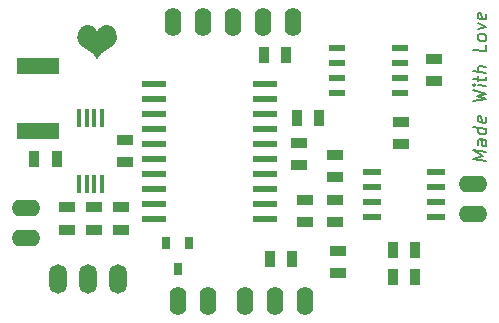
<source format=gbr>
%FSLAX46Y46*%
G04 Gerber Fmt 4.6, Leading zero omitted, Abs format (unit mm)*
G04 Created by KiCad (PCBNEW (2014-10-30 BZR 5240)-product) date jeu. 06 nov. 2014 00:10:11 CET*
%MOMM*%
G01*
G04 APERTURE LIST*
%ADD10C,0.100000*%
%ADD11C,0.200000*%
%ADD12R,0.889000X1.397000*%
%ADD13R,1.397000X0.889000*%
%ADD14R,2.000000X0.600000*%
%ADD15O,1.400000X2.400000*%
%ADD16R,3.560000X1.400000*%
%ADD17O,2.400000X1.400000*%
%ADD18R,0.800100X1.000760*%
%ADD19R,0.300000X1.600000*%
%ADD20O,1.500000X2.500000*%
%ADD21R,1.550000X0.600000*%
%ADD22R,1.399540X0.599440*%
G04 APERTURE END LIST*
D10*
D11*
X166486619Y-88438344D02*
X165386619Y-88300844D01*
X166172333Y-88032393D01*
X165386619Y-87567511D01*
X166486619Y-87705011D01*
X166486619Y-86709773D02*
X165910429Y-86637750D01*
X165805667Y-86677035D01*
X165753286Y-86775250D01*
X165753286Y-86984773D01*
X165805667Y-87096082D01*
X166434238Y-86703226D02*
X166486619Y-86814535D01*
X166486619Y-87076439D01*
X166434238Y-87174654D01*
X166329476Y-87213939D01*
X166224714Y-87200844D01*
X166119952Y-87135368D01*
X166067571Y-87024058D01*
X166067571Y-86762154D01*
X166015190Y-86650845D01*
X166486619Y-85714535D02*
X165386619Y-85577035D01*
X166434238Y-85707988D02*
X166486619Y-85819297D01*
X166486619Y-86028820D01*
X166434238Y-86127035D01*
X166381857Y-86172868D01*
X166277095Y-86212154D01*
X165962810Y-86172868D01*
X165858048Y-86107392D01*
X165805667Y-86048463D01*
X165753286Y-85937154D01*
X165753286Y-85727631D01*
X165805667Y-85629416D01*
X166434238Y-84765131D02*
X166486619Y-84876440D01*
X166486619Y-85085963D01*
X166434238Y-85184178D01*
X166329476Y-85223463D01*
X165910429Y-85171083D01*
X165805667Y-85105606D01*
X165753286Y-84994297D01*
X165753286Y-84784774D01*
X165805667Y-84686559D01*
X165910429Y-84647274D01*
X166015190Y-84660369D01*
X166119952Y-85197273D01*
X165386619Y-83377035D02*
X166486619Y-83252630D01*
X165700905Y-82944893D01*
X166486619Y-82833583D01*
X165386619Y-82434178D01*
X166486619Y-82152630D02*
X165753286Y-82060964D01*
X165386619Y-82015130D02*
X165439000Y-82074059D01*
X165491381Y-82028226D01*
X165439000Y-81969297D01*
X165386619Y-82015130D01*
X165491381Y-82028226D01*
X165753286Y-81694297D02*
X165753286Y-81275249D01*
X165386619Y-81491320D02*
X166329476Y-81609177D01*
X166434238Y-81569892D01*
X166486619Y-81471677D01*
X166486619Y-81366915D01*
X166486619Y-81000249D02*
X165386619Y-80862749D01*
X166486619Y-80528821D02*
X165910429Y-80456798D01*
X165805667Y-80496083D01*
X165753286Y-80594298D01*
X165753286Y-80751440D01*
X165805667Y-80862749D01*
X165858048Y-80921678D01*
X166486619Y-78643107D02*
X166486619Y-79166916D01*
X165386619Y-79029416D01*
X166486619Y-78119297D02*
X166434238Y-78217512D01*
X166381857Y-78263345D01*
X166277095Y-78302631D01*
X165962810Y-78263345D01*
X165858048Y-78197869D01*
X165805667Y-78138940D01*
X165753286Y-78027631D01*
X165753286Y-77870489D01*
X165805667Y-77772274D01*
X165858048Y-77726441D01*
X165962810Y-77687155D01*
X166277095Y-77726441D01*
X166381857Y-77791917D01*
X166434238Y-77850846D01*
X166486619Y-77962155D01*
X166486619Y-78119297D01*
X165753286Y-77294298D02*
X166486619Y-77124059D01*
X165753286Y-76770489D01*
X166434238Y-76017513D02*
X166486619Y-76128822D01*
X166486619Y-76338345D01*
X166434238Y-76436560D01*
X166329476Y-76475845D01*
X165910429Y-76423465D01*
X165805667Y-76357988D01*
X165753286Y-76246679D01*
X165753286Y-76037156D01*
X165805667Y-75938941D01*
X165910429Y-75899656D01*
X166015190Y-75912751D01*
X166119952Y-76449655D01*
D10*
G36*
X135101966Y-77926739D02*
X135098105Y-78030016D01*
X135084239Y-78126831D01*
X135060168Y-78218107D01*
X135025691Y-78304768D01*
X134980609Y-78387737D01*
X134967526Y-78408210D01*
X134936111Y-78453499D01*
X134902617Y-78496691D01*
X134866107Y-78538573D01*
X134825644Y-78579927D01*
X134780289Y-78621541D01*
X134729105Y-78664197D01*
X134671154Y-78708682D01*
X134605499Y-78755780D01*
X134531202Y-78806277D01*
X134447326Y-78860956D01*
X134362825Y-78914423D01*
X134296709Y-78956145D01*
X134239511Y-78993110D01*
X134189088Y-79026803D01*
X134143299Y-79058708D01*
X134100001Y-79090311D01*
X134057051Y-79123097D01*
X134023100Y-79149897D01*
X133948540Y-79211780D01*
X133875662Y-79276716D01*
X133805550Y-79343508D01*
X133739287Y-79410963D01*
X133677957Y-79477883D01*
X133622643Y-79543074D01*
X133574430Y-79605341D01*
X133534399Y-79663487D01*
X133503635Y-79716318D01*
X133496300Y-79731111D01*
X133478359Y-79769047D01*
X133458597Y-79726816D01*
X133427961Y-79669925D01*
X133387346Y-79608087D01*
X133337870Y-79542527D01*
X133280650Y-79474472D01*
X133216804Y-79405149D01*
X133147451Y-79335786D01*
X133073708Y-79267609D01*
X132996694Y-79201845D01*
X132937250Y-79154683D01*
X132901962Y-79128262D01*
X132864001Y-79101209D01*
X132821907Y-79072564D01*
X132774219Y-79041367D01*
X132719477Y-79006660D01*
X132656221Y-78967483D01*
X132600700Y-78933611D01*
X132498015Y-78870080D01*
X132406274Y-78810607D01*
X132324660Y-78754449D01*
X132252359Y-78700862D01*
X132188556Y-78649103D01*
X132132437Y-78598428D01*
X132083187Y-78548094D01*
X132039990Y-78497358D01*
X132002032Y-78445476D01*
X131968499Y-78391705D01*
X131938575Y-78335301D01*
X131933552Y-78324901D01*
X131899786Y-78244152D01*
X131875445Y-78162497D01*
X131860070Y-78077535D01*
X131853206Y-77986861D01*
X131853665Y-77904975D01*
X131863480Y-77778250D01*
X131883143Y-77658915D01*
X131912579Y-77547154D01*
X131951715Y-77443152D01*
X132000478Y-77347094D01*
X132058795Y-77259164D01*
X132126592Y-77179547D01*
X132151088Y-77155077D01*
X132226589Y-77090945D01*
X132307113Y-77038210D01*
X132391830Y-76996996D01*
X132479909Y-76967430D01*
X132570521Y-76949636D01*
X132662835Y-76943740D01*
X132756020Y-76949868D01*
X132849245Y-76968146D01*
X132941682Y-76998699D01*
X133003072Y-77026254D01*
X133090819Y-77077033D01*
X133173348Y-77139109D01*
X133250208Y-77212010D01*
X133320949Y-77295261D01*
X133385118Y-77388390D01*
X133438429Y-77483302D01*
X133476569Y-77558453D01*
X133508618Y-77494433D01*
X133564065Y-77395162D01*
X133626287Y-77305010D01*
X133694539Y-77224995D01*
X133735660Y-77184493D01*
X133815196Y-77118914D01*
X133898954Y-77064397D01*
X133986060Y-77020978D01*
X134075639Y-76988691D01*
X134166818Y-76967573D01*
X134258722Y-76957659D01*
X134350477Y-76958984D01*
X134441209Y-76971584D01*
X134530043Y-76995494D01*
X134616106Y-77030749D01*
X134698524Y-77077386D01*
X134776422Y-77135440D01*
X134784029Y-77141961D01*
X134853894Y-77210943D01*
X134915751Y-77289375D01*
X134969302Y-77376611D01*
X135014250Y-77472011D01*
X135050297Y-77574932D01*
X135077145Y-77684730D01*
X135094499Y-77800764D01*
X135096023Y-77816075D01*
X135101966Y-77926739D01*
X135101966Y-77926739D01*
X135101966Y-77926739D01*
G37*
X135101966Y-77926739D02*
X135098105Y-78030016D01*
X135084239Y-78126831D01*
X135060168Y-78218107D01*
X135025691Y-78304768D01*
X134980609Y-78387737D01*
X134967526Y-78408210D01*
X134936111Y-78453499D01*
X134902617Y-78496691D01*
X134866107Y-78538573D01*
X134825644Y-78579927D01*
X134780289Y-78621541D01*
X134729105Y-78664197D01*
X134671154Y-78708682D01*
X134605499Y-78755780D01*
X134531202Y-78806277D01*
X134447326Y-78860956D01*
X134362825Y-78914423D01*
X134296709Y-78956145D01*
X134239511Y-78993110D01*
X134189088Y-79026803D01*
X134143299Y-79058708D01*
X134100001Y-79090311D01*
X134057051Y-79123097D01*
X134023100Y-79149897D01*
X133948540Y-79211780D01*
X133875662Y-79276716D01*
X133805550Y-79343508D01*
X133739287Y-79410963D01*
X133677957Y-79477883D01*
X133622643Y-79543074D01*
X133574430Y-79605341D01*
X133534399Y-79663487D01*
X133503635Y-79716318D01*
X133496300Y-79731111D01*
X133478359Y-79769047D01*
X133458597Y-79726816D01*
X133427961Y-79669925D01*
X133387346Y-79608087D01*
X133337870Y-79542527D01*
X133280650Y-79474472D01*
X133216804Y-79405149D01*
X133147451Y-79335786D01*
X133073708Y-79267609D01*
X132996694Y-79201845D01*
X132937250Y-79154683D01*
X132901962Y-79128262D01*
X132864001Y-79101209D01*
X132821907Y-79072564D01*
X132774219Y-79041367D01*
X132719477Y-79006660D01*
X132656221Y-78967483D01*
X132600700Y-78933611D01*
X132498015Y-78870080D01*
X132406274Y-78810607D01*
X132324660Y-78754449D01*
X132252359Y-78700862D01*
X132188556Y-78649103D01*
X132132437Y-78598428D01*
X132083187Y-78548094D01*
X132039990Y-78497358D01*
X132002032Y-78445476D01*
X131968499Y-78391705D01*
X131938575Y-78335301D01*
X131933552Y-78324901D01*
X131899786Y-78244152D01*
X131875445Y-78162497D01*
X131860070Y-78077535D01*
X131853206Y-77986861D01*
X131853665Y-77904975D01*
X131863480Y-77778250D01*
X131883143Y-77658915D01*
X131912579Y-77547154D01*
X131951715Y-77443152D01*
X132000478Y-77347094D01*
X132058795Y-77259164D01*
X132126592Y-77179547D01*
X132151088Y-77155077D01*
X132226589Y-77090945D01*
X132307113Y-77038210D01*
X132391830Y-76996996D01*
X132479909Y-76967430D01*
X132570521Y-76949636D01*
X132662835Y-76943740D01*
X132756020Y-76949868D01*
X132849245Y-76968146D01*
X132941682Y-76998699D01*
X133003072Y-77026254D01*
X133090819Y-77077033D01*
X133173348Y-77139109D01*
X133250208Y-77212010D01*
X133320949Y-77295261D01*
X133385118Y-77388390D01*
X133438429Y-77483302D01*
X133476569Y-77558453D01*
X133508618Y-77494433D01*
X133564065Y-77395162D01*
X133626287Y-77305010D01*
X133694539Y-77224995D01*
X133735660Y-77184493D01*
X133815196Y-77118914D01*
X133898954Y-77064397D01*
X133986060Y-77020978D01*
X134075639Y-76988691D01*
X134166818Y-76967573D01*
X134258722Y-76957659D01*
X134350477Y-76958984D01*
X134441209Y-76971584D01*
X134530043Y-76995494D01*
X134616106Y-77030749D01*
X134698524Y-77077386D01*
X134776422Y-77135440D01*
X134784029Y-77141961D01*
X134853894Y-77210943D01*
X134915751Y-77289375D01*
X134969302Y-77376611D01*
X135014250Y-77472011D01*
X135050297Y-77574932D01*
X135077145Y-77684730D01*
X135094499Y-77800764D01*
X135096023Y-77816075D01*
X135101966Y-77926739D01*
X135101966Y-77926739D01*
D12*
X128206500Y-88265000D03*
X130111500Y-88265000D03*
D13*
X135509000Y-92392500D03*
X135509000Y-94297500D03*
X133223000Y-92392500D03*
X133223000Y-94297500D03*
X130937000Y-92392500D03*
X130937000Y-94297500D03*
X135890000Y-86677500D03*
X135890000Y-88582500D03*
X150622000Y-88836500D03*
X150622000Y-86931500D03*
D12*
X152336500Y-84836000D03*
X150431500Y-84836000D03*
D13*
X162052000Y-81724500D03*
X162052000Y-79819500D03*
D14*
X138302000Y-81915000D03*
X138302000Y-93345000D03*
X147702000Y-81915000D03*
X147702000Y-93345000D03*
X147702000Y-88265000D03*
X147702000Y-89535000D03*
X147702000Y-90805000D03*
X147702000Y-92075000D03*
X138302000Y-92075000D03*
X138302000Y-90805000D03*
X138302000Y-89535000D03*
X138302000Y-88265000D03*
X138302000Y-83185000D03*
X138302000Y-84455000D03*
X138302000Y-85725000D03*
X138302000Y-86995000D03*
X147702000Y-86995000D03*
X147702000Y-85725000D03*
X147702000Y-84455000D03*
X147702000Y-83185000D03*
D15*
X146050000Y-100330000D03*
X148590000Y-100330000D03*
X151130000Y-100330000D03*
D16*
X128524000Y-85915000D03*
X128524000Y-80455000D03*
D15*
X139954000Y-76708000D03*
X142494000Y-76708000D03*
X145034000Y-76708000D03*
X147574000Y-76708000D03*
X150114000Y-76708000D03*
D17*
X127508000Y-94996000D03*
X127508000Y-92456000D03*
X165354000Y-92964000D03*
X165354000Y-90424000D03*
D15*
X142875000Y-100330000D03*
X140335000Y-100330000D03*
D18*
X140335000Y-97619820D03*
X139382500Y-95420180D03*
X141287500Y-95420180D03*
D12*
X149542500Y-79502000D03*
X147637500Y-79502000D03*
D19*
X131994000Y-90430000D03*
X132644000Y-90430000D03*
X133294000Y-90430000D03*
X133944000Y-90430000D03*
X133944000Y-84830000D03*
X133294000Y-84830000D03*
X132644000Y-84830000D03*
X131994000Y-84830000D03*
D20*
X135255000Y-98425000D03*
X132715000Y-98425000D03*
X130175000Y-98425000D03*
D13*
X153924000Y-96075500D03*
X153924000Y-97980500D03*
X151130000Y-91757500D03*
X151130000Y-93662500D03*
X153670000Y-89852500D03*
X153670000Y-87947500D03*
D12*
X160464500Y-98298000D03*
X158559500Y-98298000D03*
D13*
X159258000Y-85153500D03*
X159258000Y-87058500D03*
D12*
X150050500Y-96774000D03*
X148145500Y-96774000D03*
D13*
X153670000Y-93662500D03*
X153670000Y-91757500D03*
D12*
X160464500Y-96012000D03*
X158559500Y-96012000D03*
D21*
X156812000Y-89408000D03*
X156812000Y-90678000D03*
X156812000Y-91948000D03*
X156812000Y-93218000D03*
X162212000Y-93218000D03*
X162212000Y-91948000D03*
X162212000Y-90678000D03*
X162212000Y-89408000D03*
D22*
X159131000Y-78867000D03*
X153797000Y-78867000D03*
X159131000Y-80137000D03*
X159131000Y-81407000D03*
X159131000Y-82677000D03*
X153797000Y-80137000D03*
X153797000Y-81407000D03*
X153797000Y-82677000D03*
M02*

</source>
